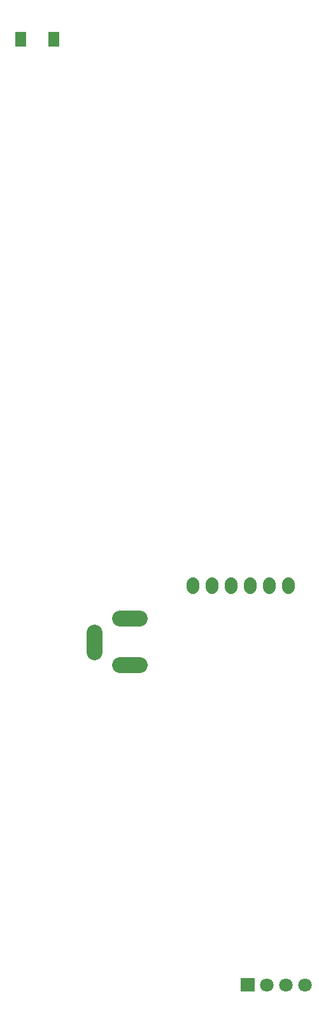
<source format=gbs>
G04 Layer: BottomSolderMaskLayer*
G04 EasyEDA v6.4.7, 2021-05-23T18:21:04+05:00*
G04 4ba805003f7d4cf790364f2a1c8dc171,d3277c0307964fb6908111913dbd2705,10*
G04 Gerber Generator version 0.2*
G04 Scale: 100 percent, Rotated: No, Reflected: No *
G04 Dimensions in inches *
G04 leading zeros omitted , absolute positions ,2 integer and 4 decimal *
%FSLAX24Y24*%
%MOIN*%
G90*
D02*

%ADD33C,0.068000*%
%ADD34C,0.082740*%
%ADD41C,0.070929*%

%LPD*%
G54D33*
G01X6150Y22193D02*
G01X6150Y22006D01*
G01X7150Y22193D02*
G01X7150Y22006D01*
G01X8150Y22193D02*
G01X8150Y22006D01*
G01X9150Y22193D02*
G01X9150Y22006D01*
G01X10150Y22193D02*
G01X10150Y22006D01*
G01X11150Y22193D02*
G01X11150Y22006D01*
G54D34*
G01X3337Y17979D02*
G01X2313Y17979D01*
G01X2313Y20420D02*
G01X3337Y20420D01*
G01X974Y18648D02*
G01X974Y19672D01*
G36*
G01X-1419Y50276D02*
G01X-1419Y51023D01*
G01X-848Y51023D01*
G01X-848Y50276D01*
G01X-1419Y50276D01*
G37*
G36*
G01X-3151Y50276D02*
G01X-3151Y51023D01*
G01X-2580Y51023D01*
G01X-2580Y50276D01*
G01X-3151Y50276D01*
G37*
G36*
G01X8644Y894D02*
G01X8644Y1605D01*
G01X9355Y1605D01*
G01X9355Y894D01*
G01X8644Y894D01*
G37*
G54D41*
G01X10000Y1250D03*
G01X11000Y1250D03*
G01X12000Y1250D03*
M00*
M02*

</source>
